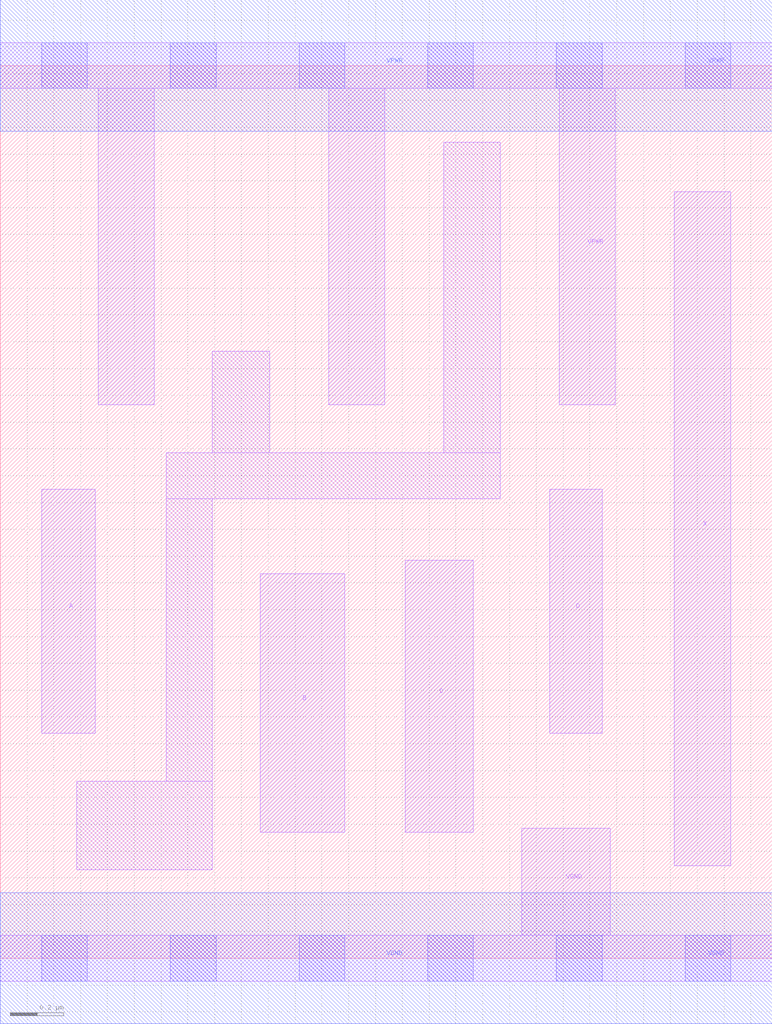
<source format=lef>
# Copyright 2020 The SkyWater PDK Authors
#
# Licensed under the Apache License, Version 2.0 (the "License");
# you may not use this file except in compliance with the License.
# You may obtain a copy of the License at
#
#     https://www.apache.org/licenses/LICENSE-2.0
#
# Unless required by applicable law or agreed to in writing, software
# distributed under the License is distributed on an "AS IS" BASIS,
# WITHOUT WARRANTIES OR CONDITIONS OF ANY KIND, either express or implied.
# See the License for the specific language governing permissions and
# limitations under the License.
#
# SPDX-License-Identifier: Apache-2.0

VERSION 5.7 ;
  NAMESCASESENSITIVE ON ;
  NOWIREEXTENSIONATPIN ON ;
  DIVIDERCHAR "/" ;
  BUSBITCHARS "[]" ;
UNITS
  DATABASE MICRONS 200 ;
END UNITS
MACRO sky130_fd_sc_lp__and4_m
  CLASS CORE ;
  SOURCE USER ;
  FOREIGN sky130_fd_sc_lp__and4_m ;
  ORIGIN  0.000000  0.000000 ;
  SIZE  2.880000 BY  3.330000 ;
  SYMMETRY X Y R90 ;
  SITE unit ;
  PIN A
    ANTENNAGATEAREA  0.126000 ;
    DIRECTION INPUT ;
    USE SIGNAL ;
    PORT
      LAYER li1 ;
        RECT 0.155000 0.840000 0.355000 1.750000 ;
    END
  END A
  PIN B
    ANTENNAGATEAREA  0.126000 ;
    DIRECTION INPUT ;
    USE SIGNAL ;
    PORT
      LAYER li1 ;
        RECT 0.970000 0.470000 1.285000 1.435000 ;
    END
  END B
  PIN C
    ANTENNAGATEAREA  0.126000 ;
    DIRECTION INPUT ;
    USE SIGNAL ;
    PORT
      LAYER li1 ;
        RECT 1.510000 0.470000 1.765000 1.485000 ;
    END
  END C
  PIN D
    ANTENNAGATEAREA  0.126000 ;
    DIRECTION INPUT ;
    USE SIGNAL ;
    PORT
      LAYER li1 ;
        RECT 2.050000 0.840000 2.245000 1.750000 ;
    END
  END D
  PIN X
    ANTENNADIFFAREA  0.222600 ;
    DIRECTION OUTPUT ;
    USE SIGNAL ;
    PORT
      LAYER li1 ;
        RECT 2.515000 0.345000 2.725000 2.860000 ;
    END
  END X
  PIN VGND
    DIRECTION INOUT ;
    USE GROUND ;
    PORT
      LAYER li1 ;
        RECT 0.000000 -0.085000 2.880000 0.085000 ;
        RECT 1.945000  0.085000 2.275000 0.485000 ;
      LAYER mcon ;
        RECT 0.155000 -0.085000 0.325000 0.085000 ;
        RECT 0.635000 -0.085000 0.805000 0.085000 ;
        RECT 1.115000 -0.085000 1.285000 0.085000 ;
        RECT 1.595000 -0.085000 1.765000 0.085000 ;
        RECT 2.075000 -0.085000 2.245000 0.085000 ;
        RECT 2.555000 -0.085000 2.725000 0.085000 ;
      LAYER met1 ;
        RECT 0.000000 -0.245000 2.880000 0.245000 ;
    END
  END VGND
  PIN VPWR
    DIRECTION INOUT ;
    USE POWER ;
    PORT
      LAYER li1 ;
        RECT 0.000000 3.245000 2.880000 3.415000 ;
        RECT 0.365000 2.065000 0.575000 3.245000 ;
        RECT 1.225000 2.065000 1.435000 3.245000 ;
        RECT 2.085000 2.065000 2.295000 3.245000 ;
      LAYER mcon ;
        RECT 0.155000 3.245000 0.325000 3.415000 ;
        RECT 0.635000 3.245000 0.805000 3.415000 ;
        RECT 1.115000 3.245000 1.285000 3.415000 ;
        RECT 1.595000 3.245000 1.765000 3.415000 ;
        RECT 2.075000 3.245000 2.245000 3.415000 ;
        RECT 2.555000 3.245000 2.725000 3.415000 ;
      LAYER met1 ;
        RECT 0.000000 3.085000 2.880000 3.575000 ;
    END
  END VPWR
  OBS
    LAYER li1 ;
      RECT 0.285000 0.330000 0.790000 0.660000 ;
      RECT 0.620000 0.660000 0.790000 1.715000 ;
      RECT 0.620000 1.715000 1.865000 1.885000 ;
      RECT 0.790000 1.885000 1.005000 2.265000 ;
      RECT 1.655000 1.885000 1.865000 3.045000 ;
  END
END sky130_fd_sc_lp__and4_m

</source>
